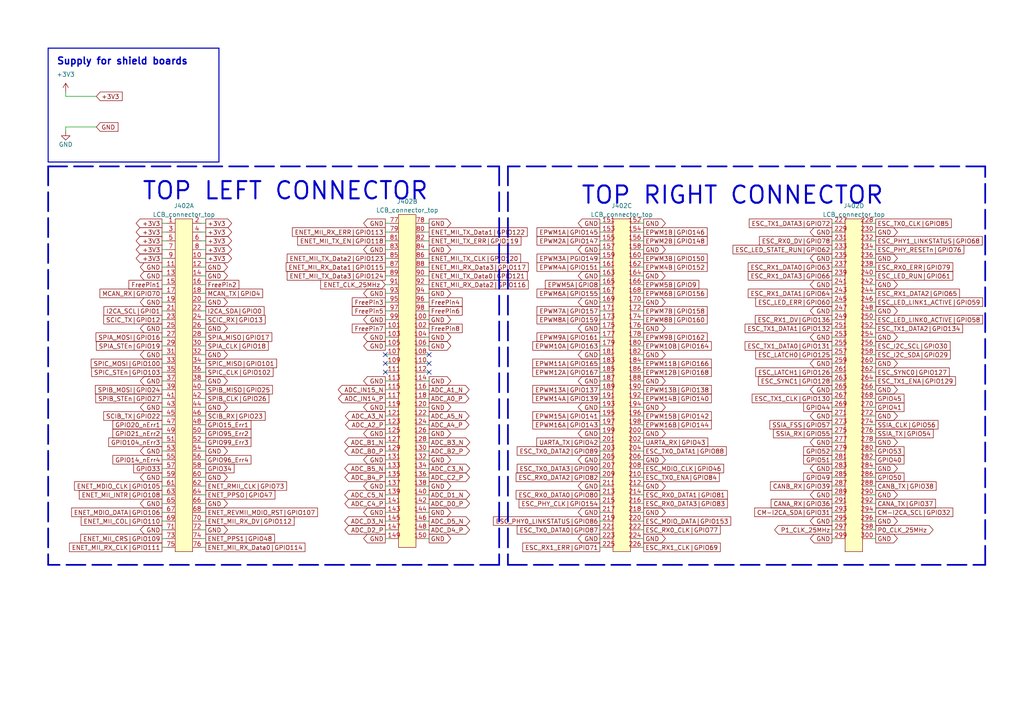
<source format=kicad_sch>
(kicad_sch (version 20231120) (generator "eeschema") (generator_version "8.0")
  (paper "A4")
  (title_block (title "LCB-CBD-01: Dock") (date "2024-06-25") (rev "1.2.0") (company "PADERBORN UNIVERSITY DEPARTMENT OF POWER ELECTRONICS AND ELECTRICAL DRIVES"))
  (no_connect (at 124.46 107.95))
  (no_connect (at 124.46 102.87))
  (no_connect (at 111.76 107.95))
  (no_connect (at 124.46 105.41))
  (no_connect (at 111.76 105.41))
  (no_connect (at 111.76 102.87))
  (wire (pts (xy 111.76 130.81) (xy 113.03 130.81)))
  (wire (pts (xy 252.73 97.79) (xy 254 97.79)))
  (wire (pts (xy 241.3 85.09) (xy 242.57 85.09)))
  (wire (pts (xy 58.42 151.13) (xy 59.69 151.13)))
  (wire (pts (xy 173.99 67.31) (xy 175.26 67.31)))
  (wire (pts (xy 58.42 105.41) (xy 59.69 105.41)))
  (wire (pts (xy 173.99 95.25) (xy 175.26 95.25)))
  (wire (pts (xy 123.19 128.27) (xy 124.46 128.27)))
  (wire (pts (xy 46.99 64.77) (xy 48.26 64.77)))
  (wire (pts (xy 185.42 113.03) (xy 186.69 113.03)))
  (wire (pts (xy 241.3 102.87) (xy 242.57 102.87)))
  (wire (pts (xy 111.76 92.71) (xy 113.03 92.71)))
  (wire (pts (xy 46.99 148.59) (xy 48.26 148.59)))
  (wire (pts (xy 111.76 146.05) (xy 113.03 146.05)))
  (wire (pts (xy 111.76 64.77) (xy 113.03 64.77)))
  (wire (pts (xy 173.99 151.13) (xy 175.26 151.13)))
  (wire (pts (xy 252.73 87.63) (xy 254 87.63)))
  (polyline (pts (xy 285.75 163.83) (xy 285.75 48.26)) (stroke (width 0.5) (type dash)))
  (wire (pts (xy 185.42 67.31) (xy 186.69 67.31)))
  (wire (pts (xy 173.99 138.43) (xy 175.26 138.43)))
  (wire (pts (xy 58.42 146.05) (xy 59.69 146.05)))
  (wire (pts (xy 252.73 156.21) (xy 254 156.21)))
  (wire (pts (xy 111.76 148.59) (xy 113.03 148.59)))
  (wire (pts (xy 46.99 82.55) (xy 48.26 82.55)))
  (wire (pts (xy 58.42 80.01) (xy 59.69 80.01)))
  (wire (pts (xy 123.19 130.81) (xy 124.46 130.81)))
  (wire (pts (xy 58.42 110.49) (xy 59.69 110.49)))
  (wire (pts (xy 111.76 151.13) (xy 113.03 151.13)))
  (wire (pts (xy 185.42 138.43) (xy 186.69 138.43)))
  (wire (pts (xy 241.3 143.51) (xy 242.57 143.51)))
  (wire (pts (xy 241.3 130.81) (xy 242.57 130.81)))
  (wire (pts (xy 252.73 100.33) (xy 254 100.33)))
  (wire (pts (xy 111.76 72.39) (xy 113.03 72.39)))
  (wire (pts (xy 58.42 123.19) (xy 59.69 123.19)))
  (wire (pts (xy 173.99 77.47) (xy 175.26 77.47)))
  (wire (pts (xy 241.3 135.89) (xy 242.57 135.89)))
  (wire (pts (xy 185.42 92.71) (xy 186.69 92.71)))
  (wire (pts (xy 111.76 105.41) (xy 113.03 105.41)))
  (wire (pts (xy 123.19 123.19) (xy 124.46 123.19)))
  (wire (pts (xy 252.73 74.93) (xy 254 74.93)))
  (wire (pts (xy 241.3 146.05) (xy 242.57 146.05)))
  (wire (pts (xy 46.99 128.27) (xy 48.26 128.27)))
  (wire (pts (xy 58.42 125.73) (xy 59.69 125.73)))
  (wire (pts (xy 173.99 115.57) (xy 175.26 115.57)))
  (wire (pts (xy 111.76 90.17) (xy 113.03 90.17)))
  (wire (pts (xy 58.42 77.47) (xy 59.69 77.47)))
  (polyline (pts (xy 285.75 48.26) (xy 147.32 48.26)) (stroke (width 0.5) (type dash)))
  (wire (pts (xy 241.3 67.31) (xy 242.57 67.31)))
  (wire (pts (xy 58.42 135.89) (xy 59.69 135.89)))
  (wire (pts (xy 241.3 151.13) (xy 242.57 151.13)))
  (wire (pts (xy 241.3 133.35) (xy 242.57 133.35)))
  (wire (pts (xy 252.73 64.77) (xy 254 64.77)))
  (wire (pts (xy 123.19 140.97) (xy 124.46 140.97)))
  (wire (pts (xy 19.05 27.94) (xy 27.94 27.94)))
  (wire (pts (xy 46.99 97.79) (xy 48.26 97.79)))
  (wire (pts (xy 185.42 130.81) (xy 186.69 130.81)))
  (wire (pts (xy 252.73 72.39) (xy 254 72.39)))
  (wire (pts (xy 173.99 143.51) (xy 175.26 143.51)))
  (wire (pts (xy 173.99 128.27) (xy 175.26 128.27)))
  (wire (pts (xy 111.76 67.31) (xy 113.03 67.31)))
  (wire (pts (xy 185.42 151.13) (xy 186.69 151.13)))
  (wire (pts (xy 123.19 87.63) (xy 124.46 87.63)))
  (wire (pts (xy 185.42 102.87) (xy 186.69 102.87)))
  (wire (pts (xy 111.76 80.01) (xy 113.03 80.01)))
  (wire (pts (xy 58.42 153.67) (xy 59.69 153.67)))
  (wire (pts (xy 241.3 95.25) (xy 242.57 95.25)))
  (wire (pts (xy 185.42 72.39) (xy 186.69 72.39)))
  (wire (pts (xy 185.42 64.77) (xy 186.69 64.77)))
  (wire (pts (xy 111.76 100.33) (xy 113.03 100.33)))
  (wire (pts (xy 173.99 148.59) (xy 175.26 148.59)))
  (wire (pts (xy 123.19 120.65) (xy 124.46 120.65)))
  (wire (pts (xy 123.19 82.55) (xy 124.46 82.55)))
  (wire (pts (xy 241.3 87.63) (xy 242.57 87.63)))
  (wire (pts (xy 185.42 156.21) (xy 186.69 156.21)))
  (wire (pts (xy 58.42 113.03) (xy 59.69 113.03)))
  (wire (pts (xy 123.19 156.21) (xy 124.46 156.21)))
  (wire (pts (xy 123.19 153.67) (xy 124.46 153.67)))
  (wire (pts (xy 111.76 95.25) (xy 113.03 95.25)))
  (wire (pts (xy 173.99 110.49) (xy 175.26 110.49)))
  (wire (pts (xy 185.42 135.89) (xy 186.69 135.89)))
  (wire (pts (xy 241.3 123.19) (xy 242.57 123.19)))
  (wire (pts (xy 123.19 143.51) (xy 124.46 143.51)))
  (wire (pts (xy 111.76 123.19) (xy 113.03 123.19)))
  (wire (pts (xy 252.73 146.05) (xy 254 146.05)))
  (wire (pts (xy 241.3 153.67) (xy 242.57 153.67)))
  (wire (pts (xy 46.99 80.01) (xy 48.26 80.01)))
  (wire (pts (xy 46.99 156.21) (xy 48.26 156.21)))
  (wire (pts (xy 58.42 143.51) (xy 59.69 143.51)))
  (wire (pts (xy 241.3 92.71) (xy 242.57 92.71)))
  (wire (pts (xy 46.99 135.89) (xy 48.26 135.89)))
  (wire (pts (xy 123.19 105.41) (xy 124.46 105.41)))
  (wire (pts (xy 58.42 87.63) (xy 59.69 87.63)))
  (wire (pts (xy 123.19 146.05) (xy 124.46 146.05)))
  (wire (pts (xy 123.19 115.57) (xy 124.46 115.57)))
  (wire (pts (xy 111.76 118.11) (xy 113.03 118.11)))
  (wire (pts (xy 241.3 120.65) (xy 242.57 120.65)))
  (wire (pts (xy 241.3 100.33) (xy 242.57 100.33)))
  (wire (pts (xy 252.73 95.25) (xy 254 95.25)))
  (wire (pts (xy 252.73 123.19) (xy 254 123.19)))
  (wire (pts (xy 58.42 97.79) (xy 59.69 97.79)))
  (wire (pts (xy 46.99 102.87) (xy 48.26 102.87)))
  (wire (pts (xy 123.19 125.73) (xy 124.46 125.73)))
  (wire (pts (xy 46.99 95.25) (xy 48.26 95.25)))
  (wire (pts (xy 185.42 87.63) (xy 186.69 87.63)))
  (wire (pts (xy 111.76 135.89) (xy 113.03 135.89)))
  (wire (pts (xy 111.76 153.67) (xy 113.03 153.67)))
  (wire (pts (xy 173.99 69.85) (xy 175.26 69.85)))
  (wire (pts (xy 58.42 92.71) (xy 59.69 92.71)))
  (wire (pts (xy 185.42 125.73) (xy 186.69 125.73)))
  (wire (pts (xy 123.19 74.93) (xy 124.46 74.93)))
  (wire (pts (xy 58.42 115.57) (xy 59.69 115.57)))
  (wire (pts (xy 173.99 158.75) (xy 175.26 158.75)))
  (polyline (pts (xy 144.78 163.83) (xy 13.97 163.83)) (stroke (width 0.5) (type dash)))
  (wire (pts (xy 58.42 138.43) (xy 59.69 138.43)))
  (wire (pts (xy 252.73 148.59) (xy 254 148.59)))
  (wire (pts (xy 252.73 69.85) (xy 254 69.85)))
  (wire (pts (xy 46.99 107.95) (xy 48.26 107.95)))
  (wire (pts (xy 58.42 120.65) (xy 59.69 120.65)))
  (wire (pts (xy 241.3 80.01) (xy 242.57 80.01)))
  (wire (pts (xy 185.42 95.25) (xy 186.69 95.25)))
  (polyline (pts (xy 147.32 163.83) (xy 285.75 163.83)) (stroke (width 0.5) (type dash)))
  (wire (pts (xy 173.99 87.63) (xy 175.26 87.63)))
  (wire (pts (xy 46.99 140.97) (xy 48.26 140.97)))
  (wire (pts (xy 185.42 128.27) (xy 186.69 128.27)))
  (wire (pts (xy 111.76 125.73) (xy 113.03 125.73)))
  (wire (pts (xy 185.42 143.51) (xy 186.69 143.51)))
  (wire (pts (xy 252.73 140.97) (xy 254 140.97)))
  (wire (pts (xy 241.3 118.11) (xy 242.57 118.11)))
  (wire (pts (xy 173.99 97.79) (xy 175.26 97.79)))
  (wire (pts (xy 123.19 107.95) (xy 124.46 107.95)))
  (wire (pts (xy 173.99 90.17) (xy 175.26 90.17)))
  (wire (pts (xy 46.99 74.93) (xy 48.26 74.93)))
  (wire (pts (xy 241.3 156.21) (xy 242.57 156.21)))
  (wire (pts (xy 241.3 138.43) (xy 242.57 138.43)))
  (wire (pts (xy 252.73 113.03) (xy 254 113.03)))
  (wire (pts (xy 252.73 125.73) (xy 254 125.73)))
  (wire (pts (xy 185.42 105.41) (xy 186.69 105.41)))
  (wire (pts (xy 173.99 123.19) (xy 175.26 123.19)))
  (wire (pts (xy 252.73 80.01) (xy 254 80.01)))
  (wire (pts (xy 252.73 82.55) (xy 254 82.55)))
  (wire (pts (xy 46.99 138.43) (xy 48.26 138.43)))
  (wire (pts (xy 173.99 107.95) (xy 175.26 107.95)))
  (polyline (pts (xy 13.97 48.26) (xy 13.97 163.83)) (stroke (width 0.5) (type dash)))
  (wire (pts (xy 111.76 115.57) (xy 113.03 115.57)))
  (wire (pts (xy 173.99 113.03) (xy 175.26 113.03)))
  (wire (pts (xy 19.05 36.83) (xy 27.94 36.83)))
  (wire (pts (xy 46.99 87.63) (xy 48.26 87.63)))
  (wire (pts (xy 252.73 92.71) (xy 254 92.71)))
  (polyline (pts (xy 144.78 48.26) (xy 144.78 163.83)) (stroke (width 0.5) (type dash)))
  (wire (pts (xy 58.42 85.09) (xy 59.69 85.09)))
  (wire (pts (xy 241.3 113.03) (xy 242.57 113.03)))
  (wire (pts (xy 46.99 130.81) (xy 48.26 130.81)))
  (wire (pts (xy 173.99 156.21) (xy 175.26 156.21)))
  (wire (pts (xy 123.19 148.59) (xy 124.46 148.59)))
  (wire (pts (xy 252.73 105.41) (xy 254 105.41)))
  (wire (pts (xy 111.76 82.55) (xy 113.03 82.55)))
  (wire (pts (xy 111.76 87.63) (xy 113.03 87.63)))
  (wire (pts (xy 123.19 64.77) (xy 124.46 64.77)))
  (wire (pts (xy 252.73 135.89) (xy 254 135.89)))
  (wire (pts (xy 185.42 146.05) (xy 186.69 146.05)))
  (wire (pts (xy 185.42 110.49) (xy 186.69 110.49)))
  (wire (pts (xy 123.19 72.39) (xy 124.46 72.39)))
  (wire (pts (xy 111.76 133.35) (xy 113.03 133.35)))
  (wire (pts (xy 173.99 82.55) (xy 175.26 82.55)))
  (wire (pts (xy 123.19 97.79) (xy 124.46 97.79)))
  (wire (pts (xy 241.3 125.73) (xy 242.57 125.73)))
  (wire (pts (xy 173.99 133.35) (xy 175.26 133.35)))
  (polyline (pts (xy 63.5 46.99) (xy 63.5 13.97)) (stroke (width 0.3)))
  (wire (pts (xy 123.19 77.47) (xy 124.46 77.47)))
  (wire (pts (xy 241.3 74.93) (xy 242.57 74.93)))
  (wire (pts (xy 58.42 90.17) (xy 59.69 90.17)))
  (wire (pts (xy 123.19 95.25) (xy 124.46 95.25)))
  (wire (pts (xy 111.76 69.85) (xy 113.03 69.85)))
  (wire (pts (xy 173.99 100.33) (xy 175.26 100.33)))
  (wire (pts (xy 46.99 115.57) (xy 48.26 115.57)))
  (wire (pts (xy 173.99 85.09) (xy 175.26 85.09)))
  (wire (pts (xy 241.3 64.77) (xy 242.57 64.77)))
  (wire (pts (xy 46.99 133.35) (xy 48.26 133.35)))
  (wire (pts (xy 123.19 85.09) (xy 124.46 85.09)))
  (wire (pts (xy 241.3 77.47) (xy 242.57 77.47)))
  (wire (pts (xy 173.99 146.05) (xy 175.26 146.05)))
  (wire (pts (xy 58.42 118.11) (xy 59.69 118.11)))
  (wire (pts (xy 185.42 107.95) (xy 186.69 107.95)))
  (wire (pts (xy 111.76 110.49) (xy 113.03 110.49)))
  (wire (pts (xy 185.42 115.57) (xy 186.69 115.57)))
  (polyline (pts (xy 147.32 48.26) (xy 147.32 163.83)) (stroke (width 0.5) (type dash)))
  (wire (pts (xy 173.99 74.93) (xy 175.26 74.93)))
  (wire (pts (xy 111.76 107.95) (xy 113.03 107.95)))
  (wire (pts (xy 58.42 72.39) (xy 59.69 72.39)))
  (wire (pts (xy 252.73 130.81) (xy 254 130.81)))
  (wire (pts (xy 252.73 77.47) (xy 254 77.47)))
  (wire (pts (xy 46.99 151.13) (xy 48.26 151.13)))
  (wire (pts (xy 123.19 90.17) (xy 124.46 90.17)))
  (wire (pts (xy 58.42 148.59) (xy 59.69 148.59)))
  (wire (pts (xy 185.42 90.17) (xy 186.69 90.17)))
  (wire (pts (xy 185.42 123.19) (xy 186.69 123.19)))
  (wire (pts (xy 123.19 135.89) (xy 124.46 135.89)))
  (wire (pts (xy 58.42 102.87) (xy 59.69 102.87)))
  (wire (pts (xy 185.42 77.47) (xy 186.69 77.47)))
  (wire (pts (xy 46.99 85.09) (xy 48.26 85.09)))
  (wire (pts (xy 241.3 90.17) (xy 242.57 90.17)))
  (wire (pts (xy 252.73 110.49) (xy 254 110.49)))
  (polyline (pts (xy 13.97 13.97) (xy 63.5 13.97)) (stroke (width 0.3)))
  (wire (pts (xy 185.42 148.59) (xy 186.69 148.59)))
  (wire (pts (xy 111.76 85.09) (xy 113.03 85.09)))
  (wire (pts (xy 241.3 97.79) (xy 242.57 97.79)))
  (wire (pts (xy 111.76 128.27) (xy 113.03 128.27)))
  (wire (pts (xy 58.42 130.81) (xy 59.69 130.81)))
  (polyline (pts (xy 13.97 46.99) (xy 63.5 46.99)) (stroke (width 0.3)))
  (wire (pts (xy 241.3 110.49) (xy 242.57 110.49)))
  (wire (pts (xy 58.42 64.77) (xy 59.69 64.77)))
  (wire (pts (xy 173.99 102.87) (xy 175.26 102.87)))
  (wire (pts (xy 46.99 67.31) (xy 48.26 67.31)))
  (wire (pts (xy 58.42 100.33) (xy 59.69 100.33)))
  (wire (pts (xy 46.99 143.51) (xy 48.26 143.51)))
  (wire (pts (xy 185.42 74.93) (xy 186.69 74.93)))
  (wire (pts (xy 46.99 105.41) (xy 48.26 105.41)))
  (wire (pts (xy 241.3 140.97) (xy 242.57 140.97)))
  (wire (pts (xy 111.76 77.47) (xy 113.03 77.47)))
  (wire (pts (xy 123.19 67.31) (xy 124.46 67.31)))
  (wire (pts (xy 252.73 138.43) (xy 254 138.43)))
  (wire (pts (xy 185.42 82.55) (xy 186.69 82.55)))
  (wire (pts (xy 123.19 102.87) (xy 124.46 102.87)))
  (wire (pts (xy 252.73 143.51) (xy 254 143.51)))
  (wire (pts (xy 185.42 80.01) (xy 186.69 80.01)))
  (wire (pts (xy 252.73 133.35) (xy 254 133.35)))
  (wire (pts (xy 46.99 72.39) (xy 48.26 72.39)))
  (wire (pts (xy 58.42 95.25) (xy 59.69 95.25)))
  (wire (pts (xy 46.99 110.49) (xy 48.26 110.49)))
  (wire (pts (xy 111.76 156.21) (xy 113.03 156.21)))
  (wire (pts (xy 173.99 118.11) (xy 175.26 118.11)))
  (wire (pts (xy 111.76 138.43) (xy 113.03 138.43)))
  (wire (pts (xy 58.42 74.93) (xy 59.69 74.93)))
  (wire (pts (xy 185.42 158.75) (xy 186.69 158.75)))
  (wire (pts (xy 46.99 123.19) (xy 48.26 123.19)))
  (wire (pts (xy 173.99 140.97) (xy 175.26 140.97)))
  (wire (pts (xy 111.76 113.03) (xy 113.03 113.03)))
  (wire (pts (xy 46.99 90.17) (xy 48.26 90.17)))
  (wire (pts (xy 173.99 130.81) (xy 175.26 130.81)))
  (wire (pts (xy 123.19 92.71) (xy 124.46 92.71)))
  (wire (pts (xy 173.99 153.67) (xy 175.26 153.67)))
  (wire (pts (xy 58.42 107.95) (xy 59.69 107.95)))
  (wire (pts (xy 252.73 118.11) (xy 254 118.11)))
  (wire (pts (xy 111.76 102.87) (xy 113.03 102.87)))
  (wire (pts (xy 173.99 92.71) (xy 175.26 92.71)))
  (polyline (pts (xy 13.97 13.97) (xy 13.97 46.99)) (stroke (width 0.3)))
  (wire (pts (xy 252.73 115.57) (xy 254 115.57)))
  (wire (pts (xy 58.42 82.55) (xy 59.69 82.55)))
  (wire (pts (xy 111.76 120.65) (xy 113.03 120.65)))
  (wire (pts (xy 185.42 120.65) (xy 186.69 120.65)))
  (wire (pts (xy 19.05 36.83) (xy 19.05 38.1)))
  (wire (pts (xy 241.3 69.85) (xy 242.57 69.85)))
  (wire (pts (xy 123.19 138.43) (xy 124.46 138.43)))
  (wire (pts (xy 19.05 26.67) (xy 19.05 27.94)))
  (polyline (pts (xy 13.97 48.26) (xy 144.78 48.26)) (stroke (width 0.5) (type dash)))
  (wire (pts (xy 241.3 148.59) (xy 242.57 148.59)))
  (wire (pts (xy 173.99 80.01) (xy 175.26 80.01)))
  (wire (pts (xy 173.99 64.77) (xy 175.26 64.77)))
  (wire (pts (xy 58.42 67.31) (xy 59.69 67.31)))
  (wire (pts (xy 252.73 151.13) (xy 254 151.13)))
  (wire (pts (xy 185.42 118.11) (xy 186.69 118.11)))
  (wire (pts (xy 58.42 133.35) (xy 59.69 133.35)))
  (wire (pts (xy 123.19 80.01) (xy 124.46 80.01)))
  (wire (pts (xy 46.99 100.33) (xy 48.26 100.33)))
  (wire (pts (xy 173.99 125.73) (xy 175.26 125.73)))
  (wire (pts (xy 252.73 107.95) (xy 254 107.95)))
  (wire (pts (xy 185.42 69.85) (xy 186.69 69.85)))
  (wire (pts (xy 252.73 120.65) (xy 254 120.65)))
  (wire (pts (xy 185.42 100.33) (xy 186.69 100.33)))
  (wire (pts (xy 252.73 153.67) (xy 254 153.67)))
  (wire (pts (xy 241.3 115.57) (xy 242.57 115.57)))
  (wire (pts (xy 241.3 128.27) (xy 242.57 128.27)))
  (wire (pts (xy 46.99 69.85) (xy 48.26 69.85)))
  (wire (pts (xy 252.73 90.17) (xy 254 90.17)))
  (wire (pts (xy 185.42 97.79) (xy 186.69 97.79)))
  (wire (pts (xy 46.99 77.47) (xy 48.26 77.47)))
  (wire (pts (xy 241.3 82.55) (xy 242.57 82.55)))
  (wire (pts (xy 252.73 67.31) (xy 254 67.31)))
  (wire (pts (xy 123.19 151.13) (xy 124.46 151.13)))
  (wire (pts (xy 111.76 140.97) (xy 113.03 140.97)))
  (wire (pts (xy 123.19 100.33) (xy 124.46 100.33)))
  (wire (pts (xy 58.42 156.21) (xy 59.69 156.21)))
  (wire (pts (xy 241.3 107.95) (xy 242.57 107.95)))
  (wire (pts (xy 58.42 158.75) (xy 59.69 158.75)))
  (wire (pts (xy 46.99 120.65) (xy 48.26 120.65)))
  (wire (pts (xy 123.19 113.03) (xy 124.46 113.03)))
  (wire (pts (xy 123.19 69.85) (xy 124.46 69.85)))
  (wire (pts (xy 241.3 72.39) (xy 242.57 72.39)))
  (wire (pts (xy 173.99 72.39) (xy 175.26 72.39)))
  (wire (pts (xy 185.42 153.67) (xy 186.69 153.67)))
  (wire (pts (xy 46.99 92.71) (xy 48.26 92.71)))
  (wire (pts (xy 58.42 69.85) (xy 59.69 69.85)))
  (wire (pts (xy 46.99 118.11) (xy 48.26 118.11)))
  (wire (pts (xy 252.73 128.27) (xy 254 128.27)))
  (wire (pts (xy 185.42 133.35) (xy 186.69 133.35)))
  (wire (pts (xy 252.73 85.09) (xy 254 85.09)))
  (wire (pts (xy 46.99 113.03) (xy 48.26 113.03)))
  (wire (pts (xy 173.99 105.41) (xy 175.26 105.41)))
  (wire (pts (xy 46.99 146.05) (xy 48.26 146.05)))
  (wire (pts (xy 185.42 85.09) (xy 186.69 85.09)))
  (wire (pts (xy 111.76 143.51) (xy 113.03 143.51)))
  (wire (pts (xy 123.19 133.35) (xy 124.46 133.35)))
  (wire (pts (xy 46.99 125.73) (xy 48.26 125.73)))
  (wire (pts (xy 46.99 158.75) (xy 48.26 158.75)))
  (wire (pts (xy 123.19 118.11) (xy 124.46 118.11)))
  (wire (pts (xy 241.3 105.41) (xy 242.57 105.41)))
  (wire (pts (xy 111.76 97.79) (xy 113.03 97.79)))
  (wire (pts (xy 111.76 74.93) (xy 113.03 74.93)))
  (wire (pts (xy 185.42 140.97) (xy 186.69 140.97)))
  (wire (pts (xy 252.73 102.87) (xy 254 102.87)))
  (wire (pts (xy 123.19 110.49) (xy 124.46 110.49)))
  (wire (pts (xy 46.99 153.67) (xy 48.26 153.67)))
  (wire (pts (xy 173.99 135.89) (xy 175.26 135.89)))
  (wire (pts (xy 58.42 140.97) (xy 59.69 140.97)))
  (wire (pts (xy 173.99 120.65) (xy 175.26 120.65)))
  (wire (pts (xy 58.42 128.27) (xy 59.69 128.27)))
  (text "TOP RIGHT CONNECTOR" (at 256.54 59.69 0) (effects (font (size 5 5) (thickness 0.6) (bold yes)) (justify right bottom)))
  (text "Supply for shield boards" (at 54.61 19.05 0) (effects (font (size 2 2) (thickness 0.4) (bold yes)) (justify right bottom)))
  (text "TOP LEFT CONNECTOR" (at 124.46 58.42 0) (effects (font (size 5 5) (thickness 0.6) (bold yes)) (justify right bottom)))
  (global_label "EPWM9B|GPIO162" (shape passive) (at 186.69 97.79 0) (property "Intersheetrefs" "${INTERSHEET_REFS}" (effects (hide yes))))
  (global_label "EPWM13A|GPIO137" (shape passive) (at 173.99 113.03 180) (property "Intersheetrefs" "${INTERSHEET_REFS}" (effects (hide yes))))
  (global_label "GND" (shape output) (at 111.76 156.21 180) (property "Intersheetrefs" "${INTERSHEET_REFS}" (effects (hide yes))))
  (global_label "ADC_IN14_P" (shape output) (at 111.76 115.57 180) (property "Intersheetrefs" "${INTERSHEET_REFS}" (effects (hide yes))))
  (global_label "ADC_C5_N" (shape output) (at 111.76 143.51 180) (property "Intersheetrefs" "${INTERSHEET_REFS}" (effects (hide yes))))
  (global_label "ADC_D0_P" (shape output) (at 124.46 146.05 0) (property "Intersheetrefs" "${INTERSHEET_REFS}" (effects (hide yes))))
  (global_label "ESC_SYNC0|GPIO127" (shape passive) (at 254 107.95 0) (property "Intersheetrefs" "${INTERSHEET_REFS}" (effects (hide yes))))
  (global_label "ESC_RX0_ERR|GPIO79" (shape passive) (at 254 77.47 0) (property "Intersheetrefs" "${INTERSHEET_REFS}" (effects (hide yes))))
  (global_label "GND" (shape output) (at 124.46 156.21 0) (property "Intersheetrefs" "${INTERSHEET_REFS}" (effects (hide yes))))
  (global_label "ADC_A5_N" (shape output) (at 124.46 120.65 0) (property "Intersheetrefs" "${INTERSHEET_REFS}" (effects (hide yes))))
  (global_label "ENET_PPS1|GPIO48" (shape passive) (at 59.69 156.21 0) (property "Intersheetrefs" "${INTERSHEET_REFS}" (effects (hide yes))))
  (global_label "+3V3" (shape output) (at 59.69 69.85 0) (property "Intersheetrefs" "${INTERSHEET_REFS}" (effects (hide yes))))
  (global_label "ADC_D5_N" (shape output) (at 124.46 151.13 0) (property "Intersheetrefs" "${INTERSHEET_REFS}" (effects (hide yes))))
  (global_label "GND" (shape output) (at 111.76 148.59 180) (property "Intersheetrefs" "${INTERSHEET_REFS}" (effects (hide yes))))
  (global_label "ESC_TX1_DATA3|GPIO72" (shape passive) (at 241.3 64.77 180) (property "Intersheetrefs" "${INTERSHEET_REFS}" (effects (hide yes))))
  (global_label "GND" (shape output) (at 254 156.21 0) (property "Intersheetrefs" "${INTERSHEET_REFS}" (effects (hide yes))))
  (global_label "GND" (shape output) (at 241.3 120.65 180) (property "Intersheetrefs" "${INTERSHEET_REFS}" (effects (hide yes))))
  (global_label "GND" (shape output) (at 59.69 146.05 0) (property "Intersheetrefs" "${INTERSHEET_REFS}" (effects (hide yes))))
  (global_label "GND" (shape output) (at 254 105.41 0) (property "Intersheetrefs" "${INTERSHEET_REFS}" (effects (hide yes))))
  (global_label "GND" (shape output) (at 173.99 125.73 180) (property "Intersheetrefs" "${INTERSHEET_REFS}" (effects (hide yes))))
  (global_label "GND" (shape output) (at 46.99 87.63 180) (property "Intersheetrefs" "${INTERSHEET_REFS}" (effects (hide yes))))
  (global_label "ADC_IN15_N" (shape output) (at 111.76 113.03 180) (property "Intersheetrefs" "${INTERSHEET_REFS}" (effects (hide yes))))
  (global_label "GND" (shape output) (at 46.99 102.87 180) (property "Intersheetrefs" "${INTERSHEET_REFS}" (effects (hide yes))))
  (global_label "EPWM10B|GPIO164" (shape passive) (at 186.69 100.33 0) (property "Intersheetrefs" "${INTERSHEET_REFS}" (effects (hide yes))))
  (global_label "ENET_MII_TX_CLK|GPIO120" (shape passive) (at 124.46 74.93 0) (property "Intersheetrefs" "${INTERSHEET_REFS}" (effects (hide yes))))
  (global_label "SPIC_CLK|GPIO102" (shape passive) (at 59.69 107.95 0) (property "Intersheetrefs" "${INTERSHEET_REFS}" (effects (hide yes))))
  (global_label "GND" (shape output) (at 173.99 87.63 180) (property "Intersheetrefs" "${INTERSHEET_REFS}" (effects (hide yes))))
  (global_label "ESC_PHY1_LINKSTATUS|GPIO68" (shape passive) (at 254 69.85 0) (property "Intersheetrefs" "${INTERSHEET_REFS}" (effects (hide yes))))
  (global_label "GND" (shape output) (at 124.46 92.71 0) (property "Intersheetrefs" "${INTERSHEET_REFS}" (effects (hide yes))))
  (global_label "+3V3" (shape output) (at 46.99 64.77 180) (property "Intersheetrefs" "${INTERSHEET_REFS}" (effects (hide yes))))
  (global_label "GND" (shape output) (at 254 128.27 0) (property "Intersheetrefs" "${INTERSHEET_REFS}" (effects (hide yes))))
  (global_label "CANA_TX|GPIO37" (shape passive) (at 254 146.05 0) (property "Intersheetrefs" "${INTERSHEET_REFS}" (effects (hide yes))))
  (global_label "GND" (shape output) (at 111.76 118.11 180) (property "Intersheetrefs" "${INTERSHEET_REFS}" (effects (hide yes))))
  (global_label "GND" (shape output) (at 173.99 148.59 180) (property "Intersheetrefs" "${INTERSHEET_REFS}" (effects (hide yes))))
  (global_label "ESC_RX0_DATA2|GPIO82" (shape passive) (at 173.99 138.43 180) (property "Intersheetrefs" "${INTERSHEET_REFS}" (effects (hide yes))))
  (global_label "EPWM16B|GPIO144" (shape passive) (at 186.69 123.19 0) (property "Intersheetrefs" "${INTERSHEET_REFS}" (effects (hide yes))))
  (global_label "SCIB_RX|GPIO23" (shape passive) (at 59.69 120.65 0) (property "Intersheetrefs" "${INTERSHEET_REFS}" (effects (hide yes))))
  (global_label "ENET_MII_RX_Data3|GPIO117" (shape passive) (at 124.46 77.47 0) (property "Intersheetrefs" "${INTERSHEET_REFS}" (effects (hide yes))))
  (global_label "CANB_RX|GPIO39" (shape passive) (at 241.3 140.97 180) (property "Intersheetrefs" "${INTERSHEET_REFS}" (effects (hide yes))))
  (global_label "ENET_MII_TX_Data1|GPIO122" (shape passive) (at 124.46 67.31 0) (property "Intersheetrefs" "${INTERSHEET_REFS}" (effects (hide yes))))
  (global_label "GND" (shape output) (at 254 67.31 0) (property "Intersheetrefs" "${INTERSHEET_REFS}" (effects (hide yes))))
  (global_label "GND" (shape output) (at 186.69 72.39 0) (property "Intersheetrefs" "${INTERSHEET_REFS}" (effects (hide yes))))
  (global_label "EPWM8A|GPIO159" (shape passive) (at 173.99 92.71 180) (property "Intersheetrefs" "${INTERSHEET_REFS}" (effects (hide yes))))
  (global_label "GND" (shape output) (at 124.46 64.77 0) (property "Intersheetrefs" "${INTERSHEET_REFS}" (effects (hide yes))))
  (global_label "GND" (shape output) (at 111.76 100.33 180) (property "Intersheetrefs" "${INTERSHEET_REFS}" (effects (hide yes))))
  (global_label "SCIB_TX|GPIO22" (shape passive) (at 46.99 120.65 180) (property "Intersheetrefs" "${INTERSHEET_REFS}" (effects (hide yes))))
  (global_label "GND" (shape output) (at 59.69 95.25 0) (property "Intersheetrefs" "${INTERSHEET_REFS}" (effects (hide yes))))
  (global_label "GPIO49" (shape passive) (at 241.3 138.43 180) (property "Intersheetrefs" "${INTERSHEET_REFS}" (effects (hide yes))))
  (global_label "GND" (shape output) (at 254 151.13 0) (property "Intersheetrefs" "${INTERSHEET_REFS}" (effects (hide yes))))
  (global_label "FreePin5" (shape passive) (at 111.76 90.17 180) (property "Intersheetrefs" "${INTERSHEET_REFS}" (effects (hide yes))))
  (global_label "SSIA_CLK|GPIO56" (shape passive) (at 254 123.19 0) (property "Intersheetrefs" "${INTERSHEET_REFS}" (effects (hide yes))))
  (global_label "P1_CLK_25MHz" (shape output) (at 241.3 153.67 180) (property "Intersheetrefs" "${INTERSHEET_REFS}" (effects (hide yes))))
  (global_label "GND" (shape output) (at 173.99 118.11 180) (property "Intersheetrefs" "${INTERSHEET_REFS}" (effects (hide yes))))
  (global_label "ENET_MII_RX_Data0|GPIO114" (shape passive) (at 59.69 158.75 0) (property "Intersheetrefs" "${INTERSHEET_REFS}" (effects (hide yes))))
  (global_label "ESC_RX1_DATA1|GPIO64" (shape passive) (at 241.3 85.09 180) (property "Intersheetrefs" "${INTERSHEET_REFS}" (effects (hide yes))))
  (global_label "ESC_TX1_DATA2|GPIO134" (shape passive) (at 254 95.25 0) (property "Intersheetrefs" "${INTERSHEET_REFS}" (effects (hide yes))))
  (global_label "ENET_RMII_CLK|GPIO73" (shape passive) (at 59.69 140.97 0) (property "Intersheetrefs" "${INTERSHEET_REFS}" (effects (hide yes))))
  (global_label "ENET_MII_INTR|GPIO108" (shape passive) (at 46.99 143.51 180) (property "Intersheetrefs" "${INTERSHEET_REFS}" (effects (hide yes))))
  (global_label "GND" (shape output) (at 111.76 72.39 180) (property "Intersheetrefs" "${INTERSHEET_REFS}" (effects (hide yes))))
  (global_label "ESC_PHY0_LINKSTATUS|GPIO86" (shape passive) (at 173.99 151.13 180) (property "Intersheetrefs" "${INTERSHEET_REFS}" (effects (hide yes))))
  (global_label "ENET_MII_TX_Data2|GPIO123" (shape passive) (at 111.76 74.93 180) (property "Intersheetrefs" "${INTERSHEET_REFS}" (effects (hide yes))))
  (global_label "ADC_C2_P" (shape output) (at 124.46 138.43 0) (property "Intersheetrefs" "${INTERSHEET_REFS}" (effects (hide yes))))
  (global_label "ESC_RX0_CLK|GPIO77" (shape passive) (at 186.69 153.67 0) (property "Intersheetrefs" "${INTERSHEET_REFS}" (effects (hide yes))))
  (global_label "ESC_MDIO_CLK|GPIO46" (shape passive) (at 186.69 135.89 0) (property "Intersheetrefs" "${INTERSHEET_REFS}" (effects (hide yes))))
  (global_label "ENET_MII_TX_Data0|GPIO121" (shape passive) (at 124.46 80.01 0) (property "Intersheetrefs" "${INTERSHEET_REFS}" (effects (hide yes))))
  (global_label "ESC_RX0_DV|GPIO78" (shape passive) (at 241.3 69.85 180) (property "Intersheetrefs" "${INTERSHEET_REFS}" (effects (hide yes))))
  (global_label "EPWM1B|GPIO146" (shape passive) (at 186.69 67.31 0) (property "Intersheetrefs" "${INTERSHEET_REFS}" (effects (hide yes))))
  (global_label "CM-I2CA_SDA|GPIO31" (shape passive) (at 241.3 148.59 180) (property "Intersheetrefs" "${INTERSHEET_REFS}" (effects (hide yes))))
  (global_label "+3V3" (shape input) (at 27.94 27.94 0) (property "Intersheetrefs" "${INTERSHEET_REFS}" (effects (hide yes))))
  (global_label "SPIA_STEn|GPIO19" (shape passive) (at 46.99 100.33 180) (property "Intersheetrefs" "${INTERSHEET_REFS}" (effects (hide yes))))
  (global_label "GND" (shape output) (at 173.99 95.25 180) (property "Intersheetrefs" "${INTERSHEET_REFS}" (effects (hide yes))))
  (global_label "FreePin3" (shape passive) (at 111.76 87.63 180) (property "Intersheetrefs" "${INTERSHEET_REFS}" (effects (hide yes))))
  (global_label "GND" (shape output) (at 173.99 140.97 180) (property "Intersheetrefs" "${INTERSHEET_REFS}" (effects (hide yes))))
  (global_label "SPIB_CLK|GPIO26" (shape passive) (at 59.69 115.57 0) (property "Intersheetrefs" "${INTERSHEET_REFS}" (effects (hide yes))))
  (global_label "GND" (shape output) (at 173.99 110.49 180) (property "Intersheetrefs" "${INTERSHEET_REFS}" (effects (hide yes))))
  (global_label "ESC_LED_LINK1_ACTIVE|GPIO59" (shape passive) (at 254 87.63 0) (property "Intersheetrefs" "${INTERSHEET_REFS}" (effects (hide yes))))
  (global_label "ENET_CLK_25MHz" (shape input) (at 111.76 82.55 180) (property "Intersheetrefs" "${INTERSHEET_REFS}" (effects (hide yes))))
  (global_label "GND" (shape output) (at 186.69 148.59 0) (property "Intersheetrefs" "${INTERSHEET_REFS}" (effects (hide yes))))
  (global_label "ADC_D1_N" (shape output) (at 124.46 143.51 0) (property "Intersheetrefs" "${INTERSHEET_REFS}" (effects (hide yes))))
  (global_label "GND" (shape output) (at 59.69 138.43 0) (property "Intersheetrefs" "${INTERSHEET_REFS}" (effects (hide yes))))
  (global_label "ENET_MDIO_DATA|GPIO106" (shape passive) (at 46.99 148.59 180) (property "Intersheetrefs" "${INTERSHEET_REFS}" (effects (hide yes))))
  (global_label "FreePin7" (shape passive) (at 111.76 95.25 180) (property "Intersheetrefs" "${INTERSHEET_REFS}" (effects (hide yes))))
  (global_label "ESC_TX1_CLK|GPIO130" (shape passive) (at 241.3 115.57 180) (property "Intersheetrefs" "${INTERSHEET_REFS}" (effects (hide yes))))
  (global_label "GND" (shape output) (at 111.76 133.35 180) (property "Intersheetrefs" "${INTERSHEET_REFS}" (effects (hide yes))))
  (global_label "GND" (shape output) (at 173.99 72.39 180) (property "Intersheetrefs" "${INTERSHEET_REFS}" (effects (hide yes))))
  (global_label "GND" (shape output) (at 241.3 97.79 180) (property "Intersheetrefs" "${INTERSHEET_REFS}" (effects (hide yes))))
  (global_label "SPIB_MISO|GPIO25" (shape passive) (at 59.69 113.03 0) (property "Intersheetrefs" "${INTERSHEET_REFS}" (effects (hide yes))))
  (global_label "FreePin4" (shape passive) (at 124.46 87.63 0) (property "Intersheetrefs" "${INTERSHEET_REFS}" (effects (hide yes))))
  (global_label "CM-I2CA_SCL|GPIO32" (shape passive) (at 254 148.59 0) (property "Intersheetrefs" "${INTERSHEET_REFS}" (effects (hide yes))))
  (global_label "UARTA_RX|GPIO43" (shape passive) (at 186.69 128.27 0) (property "Intersheetrefs" "${INTERSHEET_REFS}" (effects (hide yes))))
  (global_label "EPWM14B|GPIO140" (shape passive) (at 186.69 115.57 0) (property "Intersheetrefs" "${INTERSHEET_REFS}" (effects (hide yes))))
  (global_label "GND" (shape output) (at 241.3 128.27 180) (property "Intersheetrefs" "${INTERSHEET_REFS}" (effects (hide yes))))
  (global_label "GND" (shape output) (at 241.3 113.03 180) (property "Intersheetrefs" "${INTERSHEET_REFS}" (effects (hide yes))))
  (global_label "GND" (shape output) (at 124.46 118.11 0) (property "Intersheetrefs" "${INTERSHEET_REFS}" (effects (hide yes))))
  (global_label "GND" (shape output) (at 46.99 77.47 180) (property "Intersheetrefs" "${INTERSHEET_REFS}" (effects (hide yes))))
  (global_label "GND" (shape output) (at 254 113.03 0) (property "Intersheetrefs" "${INTERSHEET_REFS}" (effects (hide yes))))
  (global_label "ADC_A3_N" (shape output) (at 111.76 120.65 180) (property "Intersheetrefs" "${INTERSHEET_REFS}" (effects (hide yes))))
  (global_label "ESC_TX0_DATA0|GPIO87" (shape passive) (at 173.99 153.67 180) (property "Intersheetrefs" "${INTERSHEET_REFS}" (effects (hide yes))))
  (global_label "GPIO53" (shape passive) (at 254 130.81 0) (property "Intersheetrefs" "${INTERSHEET_REFS}" (effects (hide yes))))
  (global_label "GND" (shape output) (at 124.46 133.35 0) (property "Intersheetrefs" "${INTERSHEET_REFS}" (effects (hide yes))))
  (global_label "ENET_MDIO_CLK|GPIO105" (shape passive) (at 46.99 140.97 180) (property "Intersheetrefs" "${INTERSHEET_REFS}" (effects (hide yes))))
  (global_label "ENET_MII_TX_ERR|GPIO119" (shape passive) (at 124.46 69.85 0) (property "Intersheetrefs" "${INTERSHEET_REFS}" (effects (hide yes))))
  (global_label "GND" (shape output) (at 186.69 118.11 0) (property "Intersheetrefs" "${INTERSHEET_REFS}" (effects (hide yes))))
  (global_label "GPIO104_nErr3" (shape passive) (at 46.99 128.27 180) (property "Intersheetrefs" "${INTERSHEET_REFS}" (effects (hide yes))))
  (global_label "GND" (shape output) (at 46.99 95.25 180) (property "Intersheetrefs" "${INTERSHEET_REFS}" (effects (hide yes))))
  (global_label "GPIO21_nErr2" (shape passive) (at 46.99 125.73 180) (property "Intersheetrefs" "${INTERSHEET_REFS}" (effects (hide yes))))
  (global_label "MCAN_RX|GPIO70" (shape passive) (at 46.99 85.09 180) (property "Intersheetrefs" "${INTERSHEET_REFS}" (effects (hide yes))))
  (global_label "ADC_B5_N" (shape output) (at 111.76 135.89 180) (property "Intersheetrefs" "${INTERSHEET_REFS}" (effects (hide yes))))
  (global_label "EPWM6A|GPIO155" (shape passive) (at 173.99 85.09 180) (property "Intersheetrefs" "${INTERSHEET_REFS}" (effects (hide yes))))
  (global_label "GND" (shape output) (at 241.3 135.89 180) (property "Intersheetrefs" "${INTERSHEET_REFS}" (effects (hide yes))))
  (global_label "ESC_LED_RUN|GPIO61" (shape passive) (at 254 80.01 0) (property "Intersheetrefs" "${INTERSHEET_REFS}" (effects (hide yes))))
  (global_label "ADC_C4_P" (shape output) (at 111.76 146.05 180) (property "Intersheetrefs" "${INTERSHEET_REFS}" (effects (hide yes))))
  (global_label "SSIA_RX|GPIO55" (shape passive) (at 241.3 125.73 180) (property "Intersheetrefs" "${INTERSHEET_REFS}" (effects (hide yes))))
  (global_label "GND" (shape output) (at 59.69 110.49 0) (property "Intersheetrefs" "${INTERSHEET_REFS}" (effects (hide yes))))
  (global_label "GND" (shape output) (at 124.46 97.79 0) (property "Intersheetrefs" "${INTERSHEET_REFS}" (effects (hide yes))))
  (global_label "GND" (shape output) (at 46.99 118.11 180) (property "Intersheetrefs" "${INTERSHEET_REFS}" (effects (hide yes))))
  (global_label "FreePin2" (shape passive) (at 59.69 82.55 0) (property "Intersheetrefs" "${INTERSHEET_REFS}" (effects (hide yes))))
  (global_label "ENET_MII_TX_EN|GPIO118" (shape passive) (at 111.76 69.85 180) (property "Intersheetrefs" "${INTERSHEET_REFS}" (effects (hide yes))))
  (global_label "GPIO40" (shape passive) (at 254 133.35 0) (property "Intersheetrefs" "${INTERSHEET_REFS}" (effects (hide yes))))
  (global_label "GND" (shape output) (at 111.76 64.77 180) (property "Intersheetrefs" "${INTERSHEET_REFS}" (effects (hide yes))))
  (global_label "EPWM13B|GPIO138" (shape passive) (at 186.69 113.03 0) (property "Intersheetrefs" "${INTERSHEET_REFS}" (effects (hide yes))))
  (global_label "GND" (shape output) (at 173.99 64.77 180) (property "Intersheetrefs" "${INTERSHEET_REFS}" (effects (hide yes))))
  (global_label "ESC_RX0_DATA1|GPIO81" (shape passive) (at 186.69 143.51 0) (property "Intersheetrefs" "${INTERSHEET_REFS}" (effects (hide yes))))
  (global_label "MCAN_TX|GPIO4" (shape passive) (at 59.69 85.09 0) (property "Intersheetrefs" "${INTERSHEET_REFS}" (effects (hide yes))))
  (global_label "GND" (shape output) (at 124.46 100.33 0) (property "Intersheetrefs" "${INTERSHEET_REFS}" (effects (hide yes))))
  (global_label "GPIO50" (shape passive) (at 254 138.43 0) (property "Intersheetrefs" "${INTERSHEET_REFS}" (effects (hide yes))))
  (global_label "ADC_B2_P" (shape output) (at 124.46 130.81 0) (property "Intersheetrefs" "${INTERSHEET_REFS}" (effects (hide yes))))
  (global_label "ENET_MII_RX_ERR|GPIO113" (shape passive) (at 111.76 67.31 180) (property "Intersheetrefs" "${INTERSHEET_REFS}" (effects (hide yes))))
  (global_label "EPWM9A|GPIO161" (shape passive) (at 173.99 97.79 180) (property "Intersheetrefs" "${INTERSHEET_REFS}" (effects (hide yes))))
  (global_label "ADC_D2_P" (shape output) (at 111.76 153.67 180) (property "Intersheetrefs" "${INTERSHEET_REFS}" (effects (hide yes))))
  (global_label "EPWM11A|GPIO165" (shape passive) (at 173.99 105.41 180) (property "Intersheetrefs" "${INTERSHEET_REFS}" (effects (hide yes))))
  (global_label "EPWM16A|GPIO143" (shape passive) (at 173.99 123.19 180) (property "Intersheetrefs" "${INTERSHEET_REFS}" (effects (hide yes))))
  (global_label "GND" (shape input) (at 27.94 36.83 0) (property "Intersheetrefs" "${INTERSHEET_REFS}" (effects (hide yes))))
  (global_label "ESC_SYNC1|GPIO128" (shape passive) (at 241.3 110.49 180) (property "Intersheetrefs" "${INTERSHEET_REFS}" (effects (hide yes))))
  (global_label "ADC_D3_N" (shape output) (at 111.76 151.13 180) (property "Intersheetrefs" "${INTERSHEET_REFS}" (effects (hide yes))))
  (global_label "+3V3" (shape output) (at 59.69 74.93 0) (property "Intersheetrefs" "${INTERSHEET_REFS}" (effects (hide yes))))
  (global_label "ESC_TX0_DATA2|GPIO89" (shape passive) (at 173.99 130.81 180) (property "Intersheetrefs" "${INTERSHEET_REFS}" (effects (hide yes))))
  (global_label "ESC_RX1_DATA2|GPIO65" (shape passive) (at 254 85.09 0) (property "Intersheetrefs" "${INTERSHEET_REFS}" (effects (hide yes))))
  (global_label "ADC_A1_N" (shape output) (at 124.46 113.03 0) (property "Intersheetrefs" "${INTERSHEET_REFS}" (effects (hide yes))))
  (global_label "GND" (shape output) (at 174.003 80.01 180) (property "Intersheetrefs" "${INTERSHEET_REFS}" (effects (hide yes))))
  (global_label "GND" (shape output) (at 186.69 102.87 0) (property "Intersheetrefs" "${INTERSHEET_REFS}" (effects (hide yes))))
  (global_label "ADC_D4_P" (shape output) (at 124.46 153.67 0) (property "Intersheetrefs" "${INTERSHEET_REFS}" (effects (hide yes))))
  (global_label "+3V3" (shape output) (at 59.69 67.31 0) (property "Intersheetrefs" "${INTERSHEET_REFS}" (effects (hide yes))))
  (global_label "GND" (shape output) (at 241.3 90.17 180) (property "Intersheetrefs" "${INTERSHEET_REFS}" (effects (hide yes))))
  (global_label "I2CA_SDA|GPIO0" (shape passive) (at 59.69 90.17 0) (property "Intersheetrefs" "${INTERSHEET_REFS}" (effects (hide yes))))
  (global_label "ADC_B4_P" (shape output) (at 111.76 138.43 180) (property "Intersheetrefs" "${INTERSHEET_REFS}" (effects (hide yes))))
  (global_label "GND" (shape output) (at 241.3 105.41 180) (property "Intersheetrefs" "${INTERSHEET_REFS}" (effects (hide yes))))
  (global_label "ESC_TX0_DATA1|GPIO88" (shape passive) (at 186.69 130.81 0) (property "Intersheetrefs" "${INTERSHEET_REFS}" (effects (hide yes))))
  (global_label "GPIO15_Err1" (shape passive) (at 59.69 123.19 0) (property "Intersheetrefs" "${INTERSHEET_REFS}" (effects (hide yes))))
  (global_label "GND" (shape output) (at 124.46 110.49 0) (property "Intersheetrefs" "${INTERSHEET_REFS}" (effects (hide yes))))
  (global_label "SSIA_TX|GPIO54" (shape passive) (at 254 125.73 0) (property "Intersheetrefs" "${INTERSHEET_REFS}" (effects (hide yes))))
  (global_label "+3V3" (shape output) (at 46.99 67.31 180) (property "Intersheetrefs" "${INTERSHEET_REFS}" (effects (hide yes))))
  (global_label "GND" (shape output) (at 254 120.65 0) (property "Intersheetrefs" "${INTERSHEET_REFS}" (effects (hide yes))))
  (global_label "ADC_C3_N" (shape output) (at 124.46 135.89 0) (property "Intersheetrefs" "${INTERSHEET_REFS}" (effects (hide yes))))
  (global_label "GND" (shape output) (at 111.76 97.79 180) (property "Intersheetrefs" "${INTERSHEET_REFS}" (effects (hide yes))))
  (global_label "GPIO34" (shape passive) (at 59.69 135.89 0) (property "Intersheetrefs" "${INTERSHEET_REFS}" (effects (hide yes))))
  (global_label "GND" (shape output) (at 124.46 85.09 0) (property "Intersheetrefs" "${INTERSHEET_REFS}" (effects (hide yes))))
  (global_label "ADC_B0_P" (shape output) (at 111.76 130.81 180) (property "Intersheetrefs" "${INTERSHEET_REFS}" (effects (hide yes))))
  (global_label "ESC_LATCH0|GPIO125" (shape passive) (at 241.3 102.87 180) (property "Intersheetrefs" "${INTERSHEET_REFS}" (effects (hide yes))))
  (global_label "GND" (shape output) (at 111.76 85.09 180) (property "Intersheetrefs" "${INTERSHEET_REFS}" (effects (hide yes))))
  (global_label "EPWM4B|GPIO152" (shape passive) (at 186.69 77.47 0) (property "Intersheetrefs" "${INTERSHEET_REFS}" (effects (hide yes))))
  (global_label "FreePin1" (shape passive) (at 46.99 82.55 180) (property "Intersheetrefs" "${INTERSHEET_REFS}" (effects (hide yes))))
  (global_label "GND" (shape output) (at 186.69 125.73 0) (property "Intersheetrefs" "${INTERSHEET_REFS}" (effects (hide yes))))
  (global_label "GND" (shape output) (at 46.99 138.43 180) (property "Intersheetrefs" "${INTERSHEET_REFS}" (effects (hide yes))))
  (global_label "GND" (shape output) (at 124.46 140.97 0) (property "Intersheetrefs" "${INTERSHEET_REFS}" (effects (hide yes))))
  (global_label "ESC_RX1_ERR|GPIO71" (shape passive) (at 173.99 158.75 180) (property "Intersheetrefs" "${INTERSHEET_REFS}" (effects (hide yes))))
  (global_label "EPWM4A|GPIO151" (shape passive) (at 173.99 77.47 180) (property "Intersheetrefs" "${INTERSHEET_REFS}" (effects (hide yes))))
  (global_label "ESC_RX1_DV|GPIO136" (shape passive) (at 241.3 92.71 180) (property "Intersheetrefs" "${INTERSHEET_REFS}" (effects (hide yes))))
  (global_label "GND" (shape output) (at 241.3 74.93 180) (property "Intersheetrefs" "${INTERSHEET_REFS}" (effects (hide yes))))
  (global_label "GND" (shape output) (at 59.69 102.87 0) (property "Intersheetrefs" "${INTERSHEET_REFS}" (effects (hide yes))))
  (global_label "GPIO20_nErr1" (shape passive) (at 46.99 123.19 180) (property "Intersheetrefs" "${INTERSHEET_REFS}" (effects (hide yes))))
  (global_label "FreePin6" (shape passive) (at 124.46 90.17 0) (property "Intersheetrefs" "${INTERSHEET_REFS}" (effects (hide yes))))
  (global_label "GND" (shape output) (at 254 143.51 0) (property "Intersheetrefs" "${INTERSHEET_REFS}" (effects (hide yes))))
  (global_label "ESC_PHY_RESETn|GPIO76" (shape passive) (at 254 72.39 0) (property "Intersheetrefs" "${INTERSHEET_REFS}" (effects (hide yes))))
  (global_label "GND" (shape output) (at 254 90.17 0) (property "Intersheetrefs" "${INTERSHEET_REFS}" (effects (hide yes))))
  (global_label "GND" (shape output) (at 241.3 82.55 180) (property "Intersheetrefs" "${INTERSHEET_REFS}" (effects (hide yes))))
  (global_label "GND" (shape output) (at 124.46 72.39 0) (property "Intersheetrefs" "${INTERSHEET_REFS}" (effects (hide yes))))
  (global_label "EPWM5A|GPIO8" (shape passive) (at 173.99 82.55 180) (property "Intersheetrefs" "${INTERSHEET_REFS}" (effects (hide yes))))
  (global_label "GPIO33" (shape passive) (at 46.99 135.89 180) (property "Intersheetrefs" "${INTERSHEET_REFS}" (effects (hide yes))))
  (global_label "SPIC_MISO|GPIO101" (shape passive) (at 59.69 105.41 0) (property "Intersheetrefs" "${INTERSHEET_REFS}" (effects (hide yes))))
  (global_label "+3V3" (shape output) (at 46.99 69.85 180) (property "Intersheetrefs" "${INTERSHEET_REFS}" (effects (hide yes))))
  (global_label "EPWM12A|GPIO167" (shape passive) (at 173.99 107.95 180) (property "Intersheetrefs" "${INTERSHEET_REFS}" (effects (hide yes))))
  (global_label "GND" (shape output) (at 59.69 153.67 0) (property "Intersheetrefs" "${INTERSHEET_REFS}" (effects (hide yes))))
  (global_label "I2CA_SCL|GPIO1" (shape passive) (at 46.99 90.17 180) (property "Intersheetrefs" "${INTERSHEET_REFS}" (effects (hide yes))))
  (global_label "GPIO41" (shape passive) (at 254 118.11 0) (property "Intersheetrefs" "${INTERSHEET_REFS}" (effects (hide yes))))
  (global_label "SPIA_MISO|GPIO17" (shape passive) (at 59.69 97.79 0) (property "Intersheetrefs" "${INTERSHEET_REFS}" (effects (hide yes))))
  (global_label "GND" (shape output) (at 173.99 133.35 180) (property "Intersheetrefs" "${INTERSHEET_REFS}" (effects (hide yes))))
  (global_label "ESC_TX0_ENA|GPIO84" (shape passive) (at 186.69 138.43 0) (property "Intersheetrefs" "${INTERSHEET_REFS}" (effects (hide yes))))
  (global_label "GND" (shape output) (at 186.69 87.63 0) (property "Intersheetrefs" "${INTERSHEET_REFS}" (effects (hide yes))))
  (global_label "ESC_I2C_SCL|GPIO30" (shape passive) (at 254 100.33 0) (property "Intersheetrefs" "${INTERSHEET_REFS}" (effects (hide yes))))
  (global_label "ENET_MII_CRS|GPIO109" (shape passive) (at 46.99 156.21 180) (property "Intersheetrefs" "${INTERSHEET_REFS}" (effects (hide yes))))
  (global_label "SPIA_CLK|GPIO18" (shape passive) (at 59.69 100.33 0) (property "Intersheetrefs" "${INTERSHEET_REFS}" (effects (hide yes))))
  (global_label "ESC_LED_STATE_RUN|GPIO62" (shape passive) (at 241.3 72.39 180) (property "Intersheetrefs" "${INTERSHEET_REFS}" (effects (hide yes))))
  (global_label "GND" (shape output) (at 186.69 133.35 0) (property "Intersheetrefs" "${INTERSHEET_REFS}" (effects (hide yes))))
  (global_label "ESC_PHY_CLK|GPIO154" (shape passive) (at 173.99 146.05 180) (property "Intersheetrefs" "${INTERSHEET_REFS}" (effects (hide yes))))
  (global_label "GND" (shape output) (at 254 97.79 0) (property "Intersheetrefs" "${INTERSHEET_REFS}" (effects (hide yes))))
  (global_label "SCIC_TX|GPIO12" (shape passive) (at 46.99 92.71 180) (property "Intersheetrefs" "${INTERSHEET_REFS}" (effects (hide yes))))
  (global_label "EPWM11B|GPIO166" (shape passive) (at 186.69 105.41 0) (property "Intersheetrefs" "${INTERSHEET_REFS}" (effects (hide yes))))
  (global_label "GND" (shape output) (at 241.3 151.13 180) (property "Intersheetrefs" "${INTERSHEET_REFS}" (effects (hide yes))))
  (global_label "EPWM2A|GPIO147" (shape passive) (at 173.99 69.85 180) (property "Intersheetrefs" "${INTERSHEET_REFS}" (effects (hide yes))))
  (global_label "EPWM15B|GPIO142" (shape passive) (at 186.69 120.65 0) (property "Intersheetrefs" "${INTERSHEET_REFS}" (effects (hide yes))))
  (global_label "GND" (shape output) (at 241.3 67.31 180) (property "Intersheetrefs" "${INTERSHEET_REFS}" (effects (hide yes))))
  (global_label "ADC_A2_P" (shape output) (at 111.76 123.19 180) (property "Intersheetrefs" "${INTERSHEET_REFS}" (effects (hide yes))))
  (global_label "SPIA_MOSI|GPIO16" (shape passive) (at 46.99 97.79 180) (property "Intersheetrefs" "${INTERSHEET_REFS}" (effects (hide yes))))
  (global_label "GND" (shape output) (at 59.69 118.11 0) (property "Intersheetrefs" "${INTERSHEET_REFS}" (effects (hide yes))))
  (global_label "EPWM3A|PGIO149" (shape passive) (at 173.99 74.93 180) (property "Intersheetrefs" "${INTERSHEET_REFS}" (effects (hide yes))))
  (global_label "GND" (shape output) (at 241.3 156.21 180) (property "Intersheetrefs" "${INTERSHEET_REFS}" (effects (hide yes))))
  (global_label "GND" (shape output) (at 186.69 156.21 0) (property "Intersheetrefs" "${INTERSHEET_REFS}" (effects (hide yes))))
  (global_label "GND" (shape output) (at 59.69 80.01 0) (property "Intersheetrefs" "${INTERSHEET_REFS}" (effects (hide yes))))
  (global_label "ESC_RX1_DATA3|GPIO66" (shape passive) (at 241.3 80.01 180) (property "Intersheetrefs" "${INTERSHEET_REFS}" (effects (hide yes))))
  (global_label "GPIO96_Err4" (shape passive) (at 59.69 133.35 0) (property "Intersheetrefs" "${INTERSHEET_REFS}" (effects (hide yes))))
  (global_label "+3V3" (shape output) (at 59.69 72.39 0) (property "Intersheetrefs" "${INTERSHEET_REFS}" (effects (hide yes))))
  (global_label "SPIC_STEn|GPIO103" (shape passive) (at 46.99 107.95 180) (property "Intersheetrefs" "${INTERSHEET_REFS}" (effects (hide yes))))
  (global_label "EPWM12B|GPIO168" (shape passive) (at 186.69 107.95 0) (property "Intersheetrefs" "${INTERSHEET_REFS}" (effects (hide yes))))
  (global_label "GPIO52" (shape passive) (at 241.3 130.81 180) (property "Intersheetrefs" "${INTERSHEET_REFS}" (effects (hide yes))))
  (global_label "+3V3" (shape output) (at 46.99 74.93 180) (property "Intersheetrefs" "${INTERSHEET_REFS}" (effects (hide yes))))
  (global_label "EPWM7A|GPIO157" (shape passive) (at 173.99 90.17 180) (property "Intersheetrefs" "${INTERSHEET_REFS}" (effects (hide yes))))
  (global_label "ESC_TX0_DATA3|GPIO90" (shape passive) (at 173.99 135.89 180) (property "Intersheetrefs" "${INTERSHEET_REFS}" (effects (hide yes))))
  (global_label "GND" (shape output) (at 173.99 102.87 180) (property "Intersheetrefs" "${INTERSHEET_REFS}" (effects (hide yes))))
  (global_label "ADC_B1_N" (shape output) (at 111.76 128.27 180) (property "Intersheetrefs" "${INTERSHEET_REFS}" (effects (hide yes))))
  (global_label "EPWM8B|GPIO160" (shape passive) (at 186.69 92.71 0) (property "Intersheetrefs" "${INTERSHEET_REFS}" (effects (hide yes))))
  (global_label "P0_CLK_25MHz" (shape output) (at 254 153.67 0) (property "Intersheetrefs" "${INTERSHEET_REFS}" (effects (hide yes))))
  (global_label "ESC_TX1_DATA1|GPIO132" (shape passive) (at 241.3 95.25 180) (property "Intersheetrefs" "${INTERSHEET_REFS}" (effects (hide yes))))
  (global_label "ESC_I2C_SDA|GPIO29" (shape passive) (at 254 102.87 0) (property "Intersheetrefs" "${INTERSHEET_REFS}" (effects (hide yes))))
  (global_label "GND" (shape output) (at 254 82.55 0) (property "Intersheetrefs" "${INTERSHEET_REFS}" (effects (hide yes))))
  (global_label "EPWM10A|GPIO163" (shape passive) (at 173.99 100.33 180) (property "Intersheetrefs" "${INTERSHEET_REFS}" (effects (hide yes))))
  (global_label "ESC_LED_LINK0_ACTIVE|GPIO58" (shape passive) (at 254 92.71 0) (property "Intersheetrefs" "${INTERSHEET_REFS}" (effects (hide yes))))
  (global_label "CANB_TX|GPIO38" (shape passive) (at 254 140.97 0) (property "Intersheetrefs" "${INTERSHEET_REFS}" (effects (hide yes))))
  (global_label "GPIO45" (shape passive) (at 254 115.57 0) (property "Intersheetrefs" "${INTERSHEET_REFS}" (effects (hide yes))))
  (global_label "GND" (shape output) (at 241.3 143.51 180) (property "Intersheetrefs" "${INTERSHEET_REFS}" (effects (hide yes))))
  (global_label "GND" (shape output) (at 186.69 95.25 0) (property "Intersheetrefs" "${INTERSHEET_REFS}" (effects (hide yes))))
  (global_label "EPWM14A|GPIO139" (shape passive) (at 173.99 115.57 180) (property "Intersheetrefs" "${INTERSHEET_REFS}" (effects (hide yes))))
  (global_label "+3V3" (shape output) (at 59.69 64.77 0) (property "Intersheetrefs" "${INTERSHEET_REFS}" (effects (hide yes))))
  (global_label "GND" (shape output) (at 46.99 130.81 180) (property "Intersheetrefs" "${INTERSHEET_REFS}" (effects (hide yes))))
  (global_label "EPWM1A|GPIO145" (shape passive) (at 173.99 67.31 180) (property "Intersheetrefs" "${INTERSHEET_REFS}" (effects (hide yes))))
  (global_label "ESC_LATCH1|GPIO126" (shape passive) (at 241.3 107.95 180) (property "Intersheetrefs" "${INTERSHEET_REFS}" (effects (hide yes))))
  (global_label "ENET_MII_RX_Data1|GPIO115" (shape passive) (at 111.76 77.47 180) (property "Intersheetrefs" "${INTERSHEET_REFS}" (effects (hide yes))))
  (global_label "ESC_TX0_CLK|GPIO85" (shape passive) (at 254 64.77 0) (property "Intersheetrefs" "${INTERSHEET_REFS}" (effects (hide yes))))
  (global_label "SPIB_MOSI|GPIO24" (shape passive) (at 46.99 113.03 180) (property "Intersheetrefs" "${INTERSHEET_REFS}" (effects (hide yes))))
  (global_label "GPIO51" (shape passive) (at 241.3 133.35 180) (property "Intersheetrefs" "${INTERSHEET_REFS}" (effects (hide yes))))
  (global_label "GND" (shape output) (at 111.76 125.73 180) (property "Intersheetrefs" "${INTERSHEET_REFS}" (effects (hide yes))))
  (global_label "GND" (shape output) (at 59.69 77.47 0) (property "Intersheetrefs" "${INTERSHEET_REFS}" (effects (hide yes))))
  (global_label "EPWM3B|GPIO150" (shape passive) (at 186.69 74.93 0) (property "Intersheetrefs" "${INTERSHEET_REFS}" (effects (hide yes))))
  (global_label "ADC_B3_N" (shape output) (at 124.46 128.27 0) (property "Intersheetrefs" "${INTERSHEET_REFS}" (effects (hide yes))))
  (global_label "ESC_RX1_CLK|GPIO69" (shape passive) (at 186.69 158.75 0) (property "Intersheetrefs" "${INTERSHEET_REFS}" (effects (hide yes))))
  (global_label "GND" (shape output) (at 186.69 110.49 0) (property "Intersheetrefs" "${INTERSHEET_REFS}" (effects (hide yes))))
  (global_label "GND" (shape output) (at 46.99 153.67 180) (property "Intersheetrefs" "${INTERSHEET_REFS}" (effects (hide yes))))
  (global_label "GND" (shape output) (at 186.6308 80.01 0) (property "Intersheetrefs" "${INTERSHEET_REFS}" (effects (hide yes))))
  (global_label "ENET_MII_RX_Data2|GPIO116" (shape passive) (at 124.46 82.55 0) (property "Intersheetrefs" "${INTERSHEET_REFS}" (effects (hide yes))))
  (global_label "ENET_MII_RX_DV|GPIO112" (shape passive) (at 59.69 151.13 0) (property "Intersheetrefs" "${INTERSHEET_REFS}" (effects (hide yes))))
  (global_label "ESC_LED_ERR|GPIO60" (shape passive) (at 241.3 87.63 180) (property "Intersheetrefs" "${INTERSHEET_REFS}" (effects (hide yes))))
  (global_label "GND" (shape output) (at 124.46 148.59 0) (property "Intersheetrefs" "${INTERSHEET_REFS}" (effects (hide yes))))
  (global_label "GND" (shape output) (at 186.69 140.97 0) (property "Intersheetrefs" "${INTERSHEET_REFS}" (effects (hide yes))))
  (global_label "ENET_MII_TX_Data3|GPIO124" (shape passive) (at 111.76 80.01 180) (property "Intersheetrefs" "${INTERSHEET_REFS}" (effects (hide yes))))
  (global_label "EPWM5B|GPIO9" (shape passive) (at 186.69 82.55 0) (property "Intersheetrefs" "${INTERSHEET_REFS}" (effects (hide yes))))
  (global_label "ESC_MDIO_DATA|GPIO153" (shape passive) (at 186.69 151.13 0) (property "Intersheetrefs" "${INTERSHEET_REFS}" (effects (hide yes))))
  (global_label "GND" (shape output) (at 111.76 92.71 180) (property "Intersheetrefs" "${INTERSHEET_REFS}" (effects (hide yes))))
  (global_label "ESC_RX1_DATA0|GPIO63" (shape passive) (at 241.3 77.47 180) (property "Intersheetrefs" "${INTERSHEET_REFS}" (effects (hide yes))))
  (global_label "ESC_TX1_DATA0|GPIO131" (shape passive) (at 241.3 100.33 180) (property "Intersheetrefs" "${INTERSHEET_REFS}" (effects (hide yes))))
  (global_label "GND" (shape output) (at 254 74.93 0) (property "Intersheetrefs" "${INTERSHEET_REFS}" (effects (hide yes))))
  (global_label "ENET_MII_RX_CLK|GPIO111" (shape passive) (at 46.99 158.75 180) (property "Intersheetrefs" "${INTERSHEET_REFS}" (effects (hide yes))))
  (global_label "SPIB_STEn|GPIO27" (shape passive) (at 46.99 115.57 180) (property "Intersheetrefs" "${INTERSHEET_REFS}" (effects (hide yes))))
  (global_label "SCIC_RX|GPIO13" (shape passive) (at 59.69 92.71 0) (property "Intersheetrefs" "${INTERSHEET_REFS}" (effects (hide yes))))
  (global_label "EPWM15A|GPIO141" (shape passive) (at 173.99 120.65 180) (property "Intersheetrefs" "${INTERSHEET_REFS}" (effects (hide yes))))
  (global_label "FreePin8" (shape passive) (at 124.46 95.25 0) (property "Intersheetrefs" "${INTERSHEET_REFS}" (effects (hide yes))))
  (global_label "ENET_REVMII_MDIO_RST|GPIO107" (shape passive) (at 59.69 148.59 0) (property "Intersheetrefs" "${INTERSHEET_REFS}" (effects (hide yes))))
  (global_label "ESC_TX1_ENA|GPIO129" (shape passive) (at 254 110.49 0) (property "Intersheetrefs" "${INTERSHEET_REFS}" (effects (hide yes))))
  (global_label "SPIC_MOSI|GPIO100" (shape passive) (at 46.99 105.41 180) (property "Intersheetrefs" "${INTERSHEET_REFS}" (effects (hide yes))))
  (global_label "GND" (shape output) (at 173.99 156.21 180) (property "Intersheetrefs" "${INTERSHEET_REFS}" (effects (hide yes))))
  (global_label "GND" (shape output) (at 124.46 125.73 0) (property "Intersheetrefs" "${INTERSHEET_REFS}" (effects (hide yes))))
  (global_label "GPIO95_Err2" (shape passive) (at 59.69 125.73 0) (property "Intersheetrefs" "${INTERSHEET_REFS}" (effects (hide yes))))
  (global_label "ESC_RX0_DATA0|GPIO80" (shape passive) (at 173.99 143.51 180) (property "Intersheetrefs" "${INTERSHEET_REFS}" (effects (hide yes))))
  (global_label "ENET_MII_COL|GPIO110" (shape passive) (at 46.99 151.13 180) (property "Intersheetrefs" "${INTERSHEET_REFS}" (effects (hide yes))))
  (global_label "EPWM6B|GPIO156" (shape passive) (at 186.69 85.09 0) (property "Intersheetrefs" "${INTERSHEET_REFS}" (effects (hide yes))))
  (global_label "GPIO44" (shape passive) (at 241.3 118.11 180) (property "Intersheetrefs" "${INTERSHEET_REFS}" (effects (hide yes))))
  (global_label "CANA_RX|GPIO36" (shape passive) (at 241.3 146.05 180) (property "Intersheetrefs" "${INTERSHEET_REFS}" (effects (hide yes))))
  (global_label "GND" (shape output) (at 111.76 110.49 180) (property "Intersheetrefs" "${INTERSHEET_REFS}" (effects (hide yes))))
  (global_label "EPWM2B|GPIO148" (shape passive) (at 186.69 69.85 0) (property "Intersheetrefs" "${INTERSHEET_REFS}" (effects (hide yes))))
  (global_label "GND" (shape output) (at 254 135.89 0) (property "Intersheetrefs" "${INTERSHEET_REFS}" (effects (hide yes))))
  (global_label "+3V3" (shape output) (at 46.99 72.39 180) (property "Intersheetrefs" "${INTERSHEET_REFS}" (effects (hide yes))))
  (global_label "GND" (shape output) (at 111.76 140.97 180) (property "Intersheetrefs" "${INTERSHEET_REFS}" (effects (hide yes))))
  (global_label "GND" (shape output) (at 46.99 80.01 180) (property "Intersheetrefs" "${INTERSHEET_REFS}" (effects (hide yes))))
  (global_label "ENET_PPSO|GPIO47" (shape passive) (at 59.69 143.51 0) (property "Intersheetrefs" "${INTERSHEET_REFS}" (effects (hide yes))))
  (global_label "UARTA_TX|GPIO42" (shape passive) (at 173.99 128.27 180) (property "Intersheetrefs" "${INTERSHEET_REFS}" (effects (hide yes))))
  (global_label "GND" (shape output) (at 46.99 146.05 180) (property "Intersheetrefs" "${INTERSHEET_REFS}" (effects (hide yes))))
  (global_label "GPIO99_Err3" (shape passive) (at 59.69 128.27 0) (property "Intersheetrefs" "${INTERSHEET_REFS}" (effects (hide yes))))
  (global_label "GND" (shape output) (at 59.69 130.81 0) (property "Intersheetrefs" "${INTERSHEET_REFS}" (effects (hide yes))))
  (global_label "SSIA_FSS|GPIO57" (shape passive) (at 241.3 123.19 180) (property "Intersheetrefs" "${INTERSHEET_REFS}" (effects (hide yes))))
  (global_label "ADC_A4_P" (shape output) (at 124.46 123.19 0) (property "Intersheetrefs" "${INTERSHEET_REFS}" (effects (hide yes))))
  (global_label "GPIO14_nErr4" (shape passive) (at 46.99 133.35 180) (property "Intersheetrefs" "${INTERSHEET_REFS}" (effects (hide yes))))
  (global_label "ESC_RX0_DATA3|GPIO83" (shape passive) (at 186.69 146.05 0) (property "Intersheetrefs" "${INTERSHEET_REFS}" (effects (hide yes))))
  (global_label "GND" (shape output) (at 59.69 87.63 0) (property "Intersheetrefs" "${INTERSHEET_REFS}" (effects (hide yes))))
  (global_label "EPWM7B|GPIO158" (shape passive) (at 186.69 90.17 0) (property "Intersheetrefs" "${INTERSHEET_REFS}" (effects (hide yes))))
  (global_label "ADC_A0_P" (shape output) (at 124.46 115.57 0) (property "Intersheetrefs" "${INTERSHEET_REFS}" (effects (hide yes))))
  (global_label "GND" (shape output) (at 186.69 64.77 0) (property "Intersheetrefs" "${INTERSHEET_REFS}" (effects (hide yes))))
  (global_label "GND" (shape output) (at 46.99 110.49 180) (property "Intersheetrefs" "${INTERSHEET_REFS}" (effects (hide yes))))
  (symbol (lib_id "LEA_SymbolLibrary:GND") (at 19.05 38.1 0) (unit 1)
    (property "Reference" "#PWR01" (effects (hide yes)))
    (property "Value" "GND" (at 19.05 41.91 0))
    (property "Description" "Power symbol creates a global label with name \"GND\" , ground" (effects (hide yes)))
  )
  (symbol (lib_id "LEA_SymbolLibrary:Conn_LCB_connector_top") (at 247.65 113.03 0) (unit 4) (exclude_from_sim yes)
    (property "Reference" "J402" (at 247.65 59.69 0))
    (property "Value" "LCB_connector_top" (at 247.65 62.23 0))
    (property "Footprint" "LEA_FootprintLibrary:LCB_connector_top" (effects (hide yes)))
    (property "Datasheet" "https://suddendocs.samtec.com/prints/erf5-xxx-xx.x-dv-xx-tr-footprint.pdf" (effects (hide yes)))
    (property "Description" "Board to Board & Mezzanine Connectors 0.50 mm Edge Rate Rugged High Speed Socket" (effects (hide yes)))
    (property "Manufacturer" "Samtec" (effects (hide yes)))
    (property "Mouser No" "200-ERF507505.0LDVTR" (effects (hide yes)))
    (property "Mfr. No" "ERF5-075-05.0-L-DV-TR" (effects (hide yes)))
    (property "mouser#" "200-ERF507505.0LDVTR" (effects (hide yes)))
    (property "manf#" "ERF5-075-05.0-L-DV-TR" (effects (hide yes)))
  )
  (symbol (lib_id "LEA_SymbolLibrary:+3V3") (at 19.05 26.67 0) (unit 1)
    (property "Reference" "#PWR02" (effects (hide yes)))
    (property "Value" "+3V3" (at 19.05 21.59 0))
    (property "Description" "Power symbol creates a global label with name \"+3V3\"" (effects (hide yes)))
  )
  (symbol (lib_id "LEA_SymbolLibrary:Conn_LCB_connector_top") (at 180.34 113.03 0) (unit 3) (exclude_from_sim yes)
    (property "Reference" "J402" (at 180.34 59.69 0))
    (property "Value" "LCB_connector_top" (at 180.34 62.23 0))
    (property "Footprint" "LEA_FootprintLibrary:LCB_connector_top" (effects (hide yes)))
    (property "Datasheet" "https://suddendocs.samtec.com/prints/erf5-xxx-xx.x-dv-xx-tr-footprint.pdf" (effects (hide yes)))
    (property "Description" "Board to Board & Mezzanine Connectors 0.50 mm Edge Rate Rugged High Speed Socket" (effects (hide yes)))
    (property "Manufacturer" "Samtec" (effects (hide yes)))
    (property "Mouser No" "200-ERF507505.0LDVTR" (effects (hide yes)))
    (property "Mfr. No" "ERF5-075-05.0-L-DV-TR" (effects (hide yes)))
    (property "mouser#" "200-ERF507505.0LDVTR" (effects (hide yes)))
    (property "manf#" "ERF5-075-05.0-L-DV-TR" (effects (hide yes)))
  )
  (symbol (lib_id "LEA_SymbolLibrary:Conn_LCB_connector_top") (at 53.34 113.03 0) (unit 1) (exclude_from_sim yes)
    (property "Reference" "J402" (at 53.34 59.69 0))
    (property "Value" "LCB_connector_top" (at 53.34 62.23 0))
    (property "Footprint" "LEA_FootprintLibrary:LCB_connector_top" (effects (hide yes)))
    (property "Datasheet" "https://suddendocs.samtec.com/prints/erf5-xxx-xx.x-dv-xx-tr-footprint.pdf" (effects (hide yes)))
    (property "Description" "Board to Board & Mezzanine Connectors 0.50 mm Edge Rate Rugged High Speed Socket" (effects (hide yes)))
    (property "Manufacturer" "Samtec" (effects (hide yes)))
    (property "Mouser No" "200-ERF507505.0LDVTR" (effects (hide yes)))
    (property "Mfr. No" "ERF5-075-05.0-L-DV-TR" (effects (hide yes)))
    (property "mouser#" "200-ERF507505.0LDVTR" (effects (hide yes)))
    (property "manf#" "ERF5-075-05.0-L-DV-TR" (effects (hide yes)))
  )
  (symbol (lib_id "LEA_SymbolLibrary:Conn_LCB_connector_top") (at 118.11 111.76 0) (unit 2) (exclude_from_sim yes)
    (property "Reference" "J402" (at 118.11 58.42 0))
    (property "Value" "LCB_connector_top" (at 118.11 60.96 0))
    (property "Footprint" "LEA_FootprintLibrary:LCB_connector_top" (effects (hide yes)))
    (property "Datasheet" "https://suddendocs.samtec.com/prints/erf5-xxx-xx.x-dv-xx-tr-footprint.pdf" (effects (hide yes)))
    (property "Description" "Board to Board & Mezzanine Connectors 0.50 mm Edge Rate Rugged High Speed Socket" (effects (hide yes)))
    (property "Manufacturer" "Samtec" (effects (hide yes)))
    (property "Mouser No" "200-ERF507505.0LDVTR" (effects (hide yes)))
    (property "Mfr. No" "ERF5-075-05.0-L-DV-TR" (effects (hide yes)))
    (property "mouser#" "200-ERF507505.0LDVTR" (effects (hide yes)))
    (property "manf#" "ERF5-075-05.0-L-DV-TR" (effects (hide yes)))
  )
)
</source>
